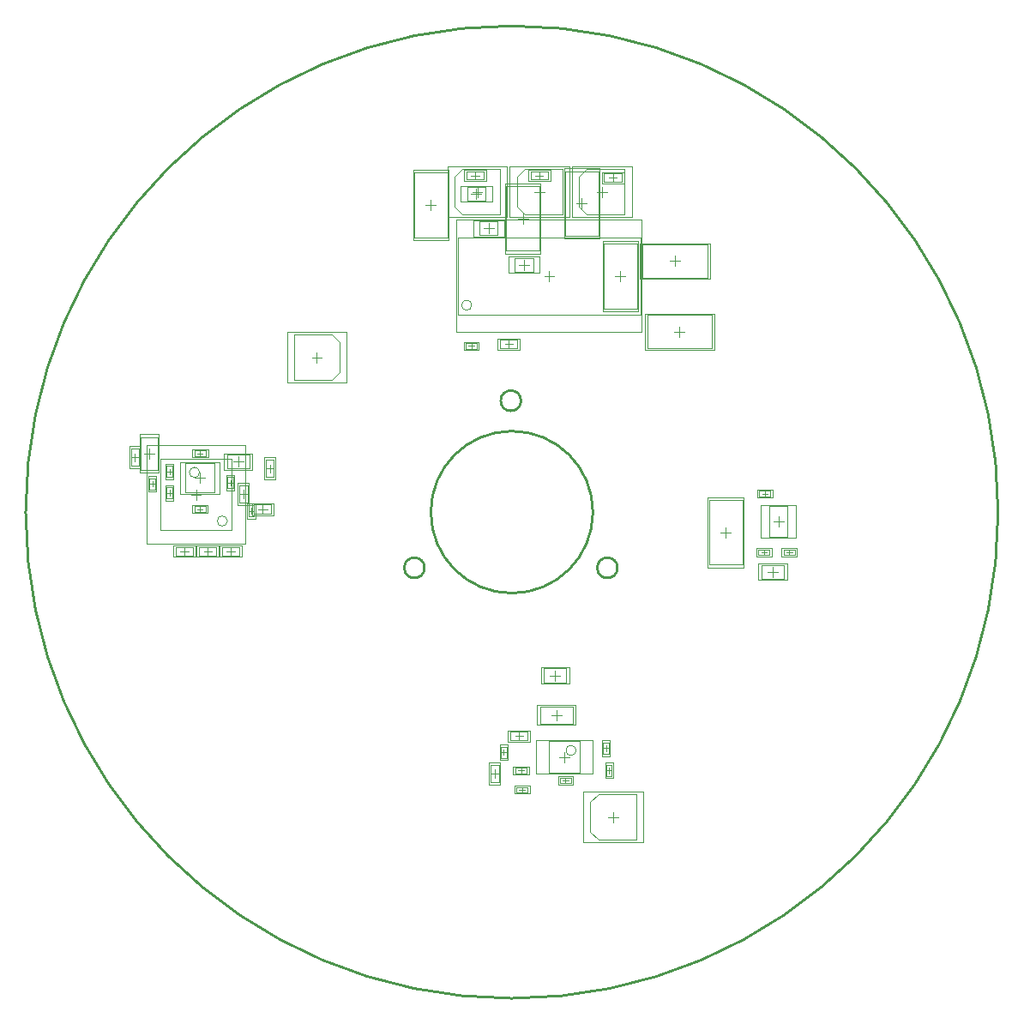
<source format=gko>
G04 Layer_Color=16711935*
%FSLAX43Y43*%
%MOMM*%
G71*
G01*
G75*
%ADD27C,0.254*%
%ADD28C,0.100*%
%ADD29C,0.050*%
D27*
X156400Y116327D02*
G03*
X156400Y116327I-48000J0D01*
G01*
X116400D02*
G03*
X116400Y116327I-8000J0D01*
G01*
X109300Y127327D02*
G03*
X109300Y127327I-1000J0D01*
G01*
X99774Y110827D02*
G03*
X99774Y110827I-1000J0D01*
G01*
X118826D02*
G03*
X118826Y110827I-1000J0D01*
G01*
D28*
X77562Y120250D02*
G03*
X77562Y120250I-500J0D01*
G01*
X104438Y136754D02*
G03*
X104438Y136754I-500J0D01*
G01*
X80313Y115454D02*
G03*
X80313Y115454I-500J0D01*
G01*
X114738Y92804D02*
G03*
X114738Y92804I-500J0D01*
G01*
X76162Y118250D02*
X79062D01*
X76162Y121150D02*
X79062D01*
Y118250D02*
Y121150D01*
X76162Y118250D02*
Y121150D01*
X74325Y119777D02*
X74875D01*
X74325Y120877D02*
X74875D01*
Y119777D02*
Y120877D01*
X74325Y119777D02*
Y120877D01*
X72625Y118577D02*
X73175D01*
X72625Y119677D02*
X73175D01*
Y118577D02*
Y119677D01*
X72625Y118577D02*
Y119677D01*
X74325Y118777D02*
X74875D01*
X74325Y117677D02*
X74875D01*
X74325D02*
Y118777D01*
X74875Y117677D02*
Y118777D01*
X80325Y118677D02*
X80875D01*
Y119777D01*
X80325Y118677D02*
Y119777D01*
X80875D01*
X78150Y116352D02*
Y116902D01*
X77050D02*
X78150D01*
X77050Y116352D02*
X78150D01*
X77050D02*
Y116902D01*
X84650Y116152D02*
Y117102D01*
X82950D02*
X84650D01*
X82950Y116152D02*
X84650D01*
X82950D02*
Y117102D01*
X71750Y120527D02*
X73450D01*
X71750Y123727D02*
X73450D01*
X71750Y120527D02*
Y123727D01*
X73450Y120527D02*
Y123727D01*
X78150Y121852D02*
Y122402D01*
X77050Y121852D02*
Y122402D01*
Y121852D02*
X78150D01*
X77050Y122402D02*
X78150D01*
X81495Y118977D02*
X82305D01*
X81495Y117277D02*
X82305D01*
Y118977D01*
X81495Y117277D02*
Y118977D01*
X82500Y120627D02*
Y122027D01*
X80300Y120627D02*
X82500D01*
X80300D02*
Y122027D01*
X82500D01*
X84095Y119777D02*
X84905D01*
X84095Y121477D02*
X84905D01*
X84095Y119777D02*
Y121477D01*
X84905Y119777D02*
Y121477D01*
X133050Y109727D02*
X135250D01*
X133050Y111127D02*
X135250D01*
Y109727D02*
Y111127D01*
X133050Y109727D02*
Y111127D01*
X115813Y150204D02*
X119538D01*
Y145704D02*
Y150204D01*
X115813Y145704D02*
X119538D01*
X115038Y149429D02*
X115813Y150204D01*
X115038Y146479D02*
Y149429D01*
Y146479D02*
X115813Y145704D01*
X108888Y146479D02*
Y149429D01*
Y146479D02*
X109663Y145704D01*
X113388D01*
Y150204D01*
X109663D02*
X113388D01*
X108888Y149429D02*
X109663Y150204D01*
X103513D02*
X107238D01*
Y145704D02*
Y150204D01*
X103513Y145704D02*
X107238D01*
X102738Y149429D02*
X103513Y150204D01*
X102738Y146479D02*
Y149429D01*
Y146479D02*
X103513Y145704D01*
X90625Y129350D02*
X91400Y130125D01*
Y133075D01*
X86900Y129350D02*
X90625D01*
Y133850D02*
X91400Y133075D01*
X86900Y133850D02*
X90625D01*
X86900Y129350D02*
Y133850D01*
X108950Y132522D02*
Y133332D01*
X107250Y132522D02*
Y133332D01*
Y132522D02*
X108950D01*
X107250Y133332D02*
X108950D01*
X116150Y87702D02*
X116925Y88477D01*
X116150Y84752D02*
Y87702D01*
X116925Y88477D02*
X120650D01*
Y83977D02*
Y88477D01*
X116150Y84752D02*
X116925Y83977D01*
X120650D01*
X136338Y112079D02*
Y112629D01*
X135238D02*
X136338D01*
X135238Y112079D02*
X136338D01*
X135238D02*
Y112629D01*
X133938Y117879D02*
Y118429D01*
X132838D02*
X133938D01*
X132838Y117879D02*
X133938D01*
X132838D02*
Y118429D01*
X133838Y112079D02*
Y112629D01*
X132738D02*
X133838D01*
X132738Y112079D02*
X133838D01*
X132738D02*
Y112629D01*
X127850Y111147D02*
X131150D01*
Y117507D01*
X127850Y111147D02*
Y117507D01*
X131150D01*
X121770Y132477D02*
Y135777D01*
X128130Y132477D02*
Y135777D01*
X121770D02*
X128130D01*
X121770Y132477D02*
X128130D01*
X103850Y132452D02*
Y133002D01*
X104950Y132452D02*
Y133002D01*
X103850D02*
X104950D01*
X103850Y132452D02*
X104950D01*
X133838Y113904D02*
X135588D01*
Y116904D01*
X133838D02*
X135588D01*
X133838Y113904D02*
Y116904D01*
X121138Y135854D02*
Y143454D01*
X103038D02*
X121138D01*
X103038Y135854D02*
X121138D01*
X103038D02*
Y143454D01*
X127680Y139477D02*
Y142777D01*
X121320D02*
X127680D01*
X121320Y139477D02*
Y142777D01*
Y139477D02*
X127680D01*
X119213Y148949D02*
Y149759D01*
X117513Y148949D02*
X119213D01*
X117513Y149759D02*
X119213D01*
X117513Y148949D02*
Y149759D01*
X111938Y149149D02*
Y149959D01*
X110238Y149149D02*
X111938D01*
X110238Y149959D02*
X111938D01*
X110238Y149149D02*
Y149959D01*
X105638Y149149D02*
Y149959D01*
X103938Y149149D02*
X105638D01*
X103938Y149959D02*
X105638D01*
X103938Y149149D02*
Y149959D01*
X106295Y89677D02*
Y91377D01*
Y89677D02*
X107105D01*
X106295Y91377D02*
X107105D01*
Y89677D02*
Y91377D01*
X109860Y90552D02*
Y91102D01*
X108760Y90552D02*
Y91102D01*
X109860D01*
X108760Y90552D02*
X109860D01*
X70795Y120877D02*
Y122577D01*
Y120877D02*
X71605D01*
X70795Y122577D02*
X71605D01*
Y120877D02*
Y122577D01*
X81513Y112049D02*
Y112859D01*
X79813Y112049D02*
X81513D01*
X79813Y112859D02*
X81513D01*
X79813Y112049D02*
Y112859D01*
X117975Y92477D02*
Y93577D01*
X117425D02*
X117975D01*
X117425Y92477D02*
X117975D01*
X117425D02*
Y93577D01*
X76913Y112049D02*
Y112859D01*
X75213Y112049D02*
X76913D01*
X75213Y112859D02*
X76913D01*
X75213Y112049D02*
Y112859D01*
X79238Y112049D02*
Y112859D01*
X77538Y112049D02*
X79238D01*
X77538Y112859D02*
X79238D01*
X77538Y112049D02*
Y112859D01*
X108275Y93822D02*
Y94632D01*
X109975Y93822D02*
Y94632D01*
X108275D02*
X109975D01*
X108275Y93822D02*
X109975D01*
X113750Y99500D02*
Y100900D01*
X111550D02*
X113750D01*
X111550Y99500D02*
Y100900D01*
Y99500D02*
X113750D01*
X114400Y95450D02*
Y97150D01*
X111200D02*
X114400D01*
X111200Y95450D02*
Y97150D01*
Y95450D02*
X114400D01*
X103988Y148429D02*
X105788D01*
X103988Y147079D02*
X105788D01*
Y148429D01*
X103988Y147079D02*
Y148429D01*
X105213Y145029D02*
X107013D01*
Y143679D02*
Y145029D01*
X105213Y143679D02*
Y145029D01*
Y143679D02*
X107013D01*
X108688Y141429D02*
X110488D01*
Y140079D02*
Y141429D01*
X108688Y140079D02*
Y141429D01*
Y140079D02*
X110488D01*
X98738Y143474D02*
X102038D01*
X98738Y149834D02*
X102038D01*
Y143474D02*
Y149834D01*
X98738Y143474D02*
Y149834D01*
X107838Y148484D02*
X111138D01*
Y142124D02*
Y148484D01*
X107838Y142124D02*
Y148484D01*
Y142124D02*
X111138D01*
X113638Y149984D02*
X116938D01*
Y143624D02*
Y149984D01*
X113638Y143624D02*
Y149984D01*
Y143624D02*
X116938D01*
X117450Y136447D02*
X120750D01*
Y142807D01*
X117450Y136447D02*
Y142807D01*
X120750D01*
X82413Y117004D02*
X82963D01*
X82413Y115904D02*
X82963D01*
Y117004D01*
X82413Y115904D02*
Y117004D01*
X114250Y89552D02*
Y90102D01*
X113150Y89552D02*
X114250D01*
X113150Y90102D02*
X114250D01*
X113150Y89552D02*
Y90102D01*
X109950Y88652D02*
Y89202D01*
X108850Y88652D02*
X109950D01*
X108850Y89202D02*
X109950D01*
X108850Y88652D02*
Y89202D01*
X118275Y90277D02*
Y91377D01*
X117725D02*
X118275D01*
X117725Y90277D02*
X118275D01*
X117725D02*
Y91377D01*
X107875Y92077D02*
Y93177D01*
X107325D02*
X107875D01*
X107325Y92077D02*
X107875D01*
X107325D02*
Y93177D01*
X80713Y114554D02*
Y121554D01*
X73713D02*
X80713D01*
X73713Y114554D02*
X80713D01*
X73713D02*
Y121554D01*
X115138Y90604D02*
Y93704D01*
X112038D02*
X115138D01*
X112038Y90604D02*
X115138D01*
X112038D02*
Y93704D01*
X77612Y119200D02*
Y120200D01*
X77112Y119700D02*
X78112D01*
X74325Y120327D02*
X74875D01*
X74600Y120052D02*
Y120602D01*
X72625Y119127D02*
X73175D01*
X72900Y118852D02*
Y119402D01*
X74325Y118227D02*
X74875D01*
X74600Y117952D02*
Y118502D01*
X80325Y119227D02*
X80875D01*
X80600Y118952D02*
Y119502D01*
X77600Y116352D02*
Y116902D01*
X77325Y116627D02*
X77875D01*
X83800Y116152D02*
Y117102D01*
X83325Y116627D02*
X84275D01*
X72600Y121627D02*
Y122627D01*
X72100Y122127D02*
X73100D01*
X77600Y121852D02*
Y122402D01*
X77325Y122127D02*
X77875D01*
X81900Y117722D02*
Y118532D01*
X81495Y118127D02*
X82305D01*
X80900Y121327D02*
X81900D01*
X81400Y120827D02*
Y121827D01*
X84500Y120222D02*
Y121032D01*
X84095Y120627D02*
X84905D01*
X134150Y109927D02*
Y110927D01*
X133650Y110427D02*
X134650D01*
X117288Y147454D02*
Y148454D01*
X116788Y147954D02*
X117788D01*
X111138Y147454D02*
Y148454D01*
X110638Y147954D02*
X111638D01*
X104988Y147454D02*
Y148454D01*
X104488Y147954D02*
X105488D01*
X89150Y131100D02*
Y132100D01*
X88650Y131600D02*
X89650D01*
X107695Y132927D02*
X108505D01*
X108100Y132522D02*
Y133332D01*
X118400Y85727D02*
Y86727D01*
X117900Y86227D02*
X118900D01*
X135513Y112354D02*
X136063D01*
X135788Y112079D02*
Y112629D01*
X133113Y118154D02*
X133663D01*
X133388Y117879D02*
Y118429D01*
X133013Y112354D02*
X133563D01*
X133288Y112079D02*
Y112629D01*
X129000Y114327D02*
X130000D01*
X129500Y113827D02*
Y114827D01*
X124450Y134127D02*
X125450D01*
X124950Y133627D02*
Y134627D01*
X104400Y132452D02*
Y133002D01*
X104125Y132727D02*
X104675D01*
X134713Y114904D02*
Y115904D01*
X134213Y115404D02*
X135213D01*
X111588Y139654D02*
X112588D01*
X112088Y139154D02*
Y140154D01*
X124500Y140627D02*
Y141627D01*
X124000Y141127D02*
X125000D01*
X118363Y148949D02*
Y149759D01*
X117958Y149354D02*
X118768D01*
X111088Y149149D02*
Y149959D01*
X110683Y149554D02*
X111493D01*
X104788Y149149D02*
Y149959D01*
X104383Y149554D02*
X105193D01*
X106700Y90122D02*
Y90932D01*
X106295Y90527D02*
X107105D01*
X109310Y90552D02*
Y91102D01*
X109035Y90827D02*
X109585D01*
X71200Y121322D02*
Y122132D01*
X70795Y121727D02*
X71605D01*
X80663Y112049D02*
Y112859D01*
X80258Y112454D02*
X81068D01*
X117700Y92752D02*
Y93302D01*
X117425Y93027D02*
X117975D01*
X76063Y112049D02*
Y112859D01*
X75658Y112454D02*
X76468D01*
X78388Y112049D02*
Y112859D01*
X77983Y112454D02*
X78793D01*
X109125Y93822D02*
Y94632D01*
X108720Y94227D02*
X109530D01*
X112150Y100200D02*
X113150D01*
X112650Y99700D02*
Y100700D01*
X112300Y96300D02*
X113300D01*
X112800Y95800D02*
Y96800D01*
X104388Y147754D02*
X105388D01*
X104888Y147254D02*
Y148254D01*
X106113Y143854D02*
Y144854D01*
X105613Y144354D02*
X106613D01*
X109588Y140254D02*
Y141254D01*
X109088Y140754D02*
X110088D01*
X100388Y146154D02*
Y147154D01*
X99888Y146654D02*
X100888D01*
X109488Y144804D02*
Y145804D01*
X108988Y145304D02*
X109988D01*
X115288Y146304D02*
Y147304D01*
X114788Y146804D02*
X115788D01*
X118600Y139627D02*
X119600D01*
X119100Y139127D02*
Y140127D01*
X82413Y116454D02*
X82963D01*
X82688Y116179D02*
Y116729D01*
X113700Y89552D02*
Y90102D01*
X113425Y89827D02*
X113975D01*
X109400Y88652D02*
Y89202D01*
X109125Y88927D02*
X109675D01*
X118000Y90552D02*
Y91102D01*
X117725Y90827D02*
X118275D01*
X107600Y92352D02*
Y92902D01*
X107325Y92627D02*
X107875D01*
X77213Y117554D02*
Y118554D01*
X76713Y118054D02*
X77713D01*
X113088Y92154D02*
X114088D01*
X113588Y91654D02*
Y92654D01*
D29*
X75657Y118150D02*
X79567D01*
X75657Y121250D02*
X79567D01*
Y118150D02*
Y121250D01*
X75657Y118150D02*
Y121250D01*
X75000Y119577D02*
Y121077D01*
X74200Y119577D02*
X75000D01*
X74200Y121077D02*
X75000D01*
X74200Y119577D02*
Y121077D01*
X73300Y118377D02*
Y119877D01*
X72500Y118377D02*
X73300D01*
X72500Y119877D02*
X73300D01*
X72500Y118377D02*
Y119877D01*
X74200Y117477D02*
Y118977D01*
X75000D01*
X74200Y117477D02*
X75000D01*
Y118977D01*
X80200Y118477D02*
X81000D01*
X80200D02*
Y119977D01*
X81000Y118477D02*
Y119977D01*
X80200D02*
X81000D01*
X78350Y116227D02*
Y117027D01*
X76850Y116227D02*
X78350D01*
X76850Y117027D02*
X78350D01*
X76850Y116227D02*
Y117027D01*
X84850Y116027D02*
Y117227D01*
X82750Y116027D02*
X84850D01*
X82750Y117227D02*
X84850D01*
X82750Y116027D02*
Y117227D01*
X71650Y120227D02*
X73550D01*
X71650Y124027D02*
X73550D01*
X71650Y120227D02*
Y124027D01*
X73550Y120227D02*
Y124027D01*
X78400Y121727D02*
Y122527D01*
X76800Y121727D02*
X78400D01*
X76800Y122527D02*
X78400D01*
X76800Y121727D02*
Y122527D01*
X81350Y119227D02*
X82450D01*
X81350Y117027D02*
X82450D01*
Y119227D01*
X81350Y117027D02*
Y119227D01*
X82800Y120527D02*
Y122127D01*
X80000Y120527D02*
X82800D01*
X80000Y122127D02*
X82800D01*
X80000Y120527D02*
Y122127D01*
X83950Y119527D02*
X85050D01*
X83950Y121727D02*
X85050D01*
X83950Y119527D02*
Y121727D01*
X85050Y119527D02*
Y121727D01*
X132750Y109627D02*
X135550D01*
X132750Y111227D02*
X135550D01*
Y109627D02*
Y111227D01*
X132750Y109627D02*
Y111227D01*
X120238Y145454D02*
Y150454D01*
X114338D02*
X120238D01*
X114338Y145454D02*
X120238D01*
X114338D02*
Y150454D01*
X108188Y145454D02*
X114088D01*
X108188Y150454D02*
X114088D01*
Y145454D02*
Y150454D01*
X108188Y145454D02*
Y150454D01*
X107938Y145454D02*
Y150454D01*
X102038D02*
X107938D01*
X102038Y145454D02*
X107938D01*
X102038D02*
Y150454D01*
X86200Y129100D02*
X92100D01*
Y134100D01*
X86200Y129100D02*
Y134100D01*
X92100D01*
X109200Y132377D02*
Y133477D01*
X107000Y132377D02*
Y133477D01*
Y132377D02*
X109200D01*
X107000Y133477D02*
X109200D01*
X115450Y88727D02*
X121350D01*
X115450Y83727D02*
Y88727D01*
X121350Y83727D02*
Y88727D01*
X115450Y83727D02*
X121350D01*
X136538Y111954D02*
Y112754D01*
X135038D02*
X136538D01*
X135038Y111954D02*
X136538D01*
X135038D02*
Y112754D01*
X134138Y117754D02*
Y118554D01*
X132638D02*
X134138D01*
X132638Y117754D02*
X134138D01*
X132638D02*
Y118554D01*
X134038Y111954D02*
Y112754D01*
X132538D02*
X134038D01*
X132538Y111954D02*
X134038D01*
X132538D02*
Y112754D01*
X131250Y110877D02*
Y117777D01*
X127750D02*
X131250D01*
X127750Y110877D02*
X131250D01*
X127750D02*
Y117777D01*
X121500Y132377D02*
Y135877D01*
X128400Y132377D02*
Y135877D01*
X121500D02*
X128400D01*
X121500Y132377D02*
X128400D01*
X103650Y133127D02*
X105150D01*
X103650Y132327D02*
Y133127D01*
X105150Y132327D02*
Y133127D01*
X103650Y132327D02*
X105150D01*
X136463Y113804D02*
Y117004D01*
X132963D02*
X136463D01*
X132963Y113804D02*
X136463D01*
X132963D02*
Y117004D01*
X121238Y134079D02*
Y145229D01*
X102938D02*
X121238D01*
X102938Y134079D02*
X121238D01*
X102938D02*
Y145229D01*
X127950Y139377D02*
Y142877D01*
X121050D02*
X127950D01*
X121050Y139377D02*
X127950D01*
X121050D02*
Y142877D01*
X119463Y148804D02*
Y149904D01*
X117263D02*
X119463D01*
X117263Y148804D02*
X119463D01*
X117263D02*
Y149904D01*
X112188Y149004D02*
Y150104D01*
X109988D02*
X112188D01*
X109988Y149004D02*
X112188D01*
X109988D02*
Y150104D01*
X105888Y149004D02*
Y150104D01*
X103688D02*
X105888D01*
X103688Y149004D02*
X105888D01*
X103688D02*
Y150104D01*
X106150Y89427D02*
Y91627D01*
Y89427D02*
X107250D01*
X106150Y91627D02*
X107250D01*
Y89427D02*
Y91627D01*
X110110Y90427D02*
Y91227D01*
X108510D02*
X110110D01*
X108510Y90427D02*
X110110D01*
X108510D02*
Y91227D01*
X70650Y120627D02*
Y122827D01*
Y120627D02*
X71750D01*
X70650Y122827D02*
X71750D01*
Y120627D02*
Y122827D01*
X81763Y111904D02*
Y113004D01*
X79563D02*
X81763D01*
X79563Y111904D02*
X81763D01*
X79563D02*
Y113004D01*
X118100Y92227D02*
Y93827D01*
X117300D02*
X118100D01*
X117300Y92227D02*
X118100D01*
X117300D02*
Y93827D01*
X77163Y111904D02*
Y113004D01*
X74963D02*
X77163D01*
X74963Y111904D02*
X77163D01*
X74963D02*
Y113004D01*
X79488Y111904D02*
Y113004D01*
X77288D02*
X79488D01*
X77288Y111904D02*
X79488D01*
X77288D02*
Y113004D01*
X108025Y94777D02*
X110225D01*
X108025Y93677D02*
Y94777D01*
X110225Y93677D02*
Y94777D01*
X108025Y93677D02*
X110225D01*
X114050Y99400D02*
Y101000D01*
X111250D02*
X114050D01*
X111250Y99400D02*
X114050D01*
X111250D02*
Y101000D01*
X114700Y95350D02*
Y97250D01*
X110900D02*
X114700D01*
X110900Y95350D02*
X114700D01*
X110900D02*
Y97250D01*
X106438Y146954D02*
Y148554D01*
X103338D02*
X106438D01*
X103338Y146954D02*
X106438D01*
X103338D02*
Y148554D01*
X107663Y143554D02*
Y145154D01*
X104563D02*
X107663D01*
X104563Y143554D02*
X107663D01*
X104563D02*
Y145154D01*
X111138Y139954D02*
Y141554D01*
X108038D02*
X111138D01*
X108038Y139954D02*
X111138D01*
X108038D02*
Y141554D01*
X98638Y143204D02*
X102138D01*
X98638Y150104D02*
X102138D01*
Y143204D02*
Y150104D01*
X98638Y143204D02*
Y150104D01*
X111238Y141854D02*
Y148754D01*
X107738D02*
X111238D01*
X107738Y141854D02*
X111238D01*
X107738D02*
Y148754D01*
X117038Y143354D02*
Y150254D01*
X113538D02*
X117038D01*
X113538Y143354D02*
X117038D01*
X113538D02*
Y150254D01*
X120850Y136177D02*
Y143077D01*
X117350D02*
X120850D01*
X117350Y136177D02*
X120850D01*
X117350D02*
Y143077D01*
X83088Y115704D02*
Y117204D01*
X82288D02*
X83088D01*
X82288Y115704D02*
X83088D01*
X82288D02*
Y117204D01*
X114450Y89427D02*
Y90227D01*
X112950D02*
X114450D01*
X112950Y89427D02*
X114450D01*
X112950D02*
Y90227D01*
X110150Y88527D02*
Y89327D01*
X108650D02*
X110150D01*
X108650Y88527D02*
X110150D01*
X108650D02*
Y89327D01*
X118400Y90077D02*
Y91577D01*
X117600D02*
X118400D01*
X117600Y90077D02*
X118400D01*
X117600D02*
Y91577D01*
X108000Y91877D02*
Y93377D01*
X107200D02*
X108000D01*
X107200Y91877D02*
X108000D01*
X107200D02*
Y93377D01*
X82063Y113204D02*
Y122904D01*
X72363D02*
X82063D01*
X72363Y113204D02*
X82063D01*
X72363D02*
Y122904D01*
X116388Y90504D02*
Y93804D01*
X110788D02*
X116388D01*
X110788Y90504D02*
X116388D01*
X110788D02*
Y93804D01*
M02*

</source>
